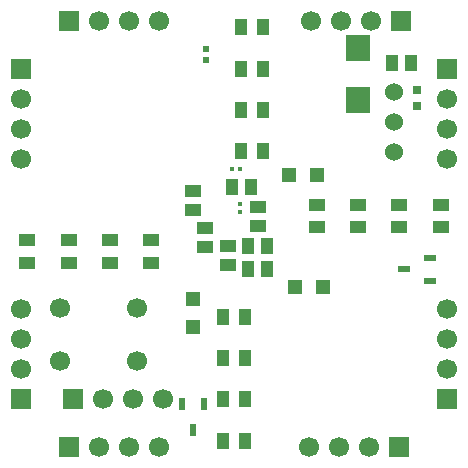
<source format=gbr>
%TF.GenerationSoftware,KiCad,Pcbnew,9.0.6*%
%TF.CreationDate,2025-12-07T19:20:43-08:00*%
%TF.ProjectId,redstone,72656473-746f-46e6-952e-6b696361645f,rev?*%
%TF.SameCoordinates,Original*%
%TF.FileFunction,Soldermask,Bot*%
%TF.FilePolarity,Negative*%
%FSLAX46Y46*%
G04 Gerber Fmt 4.6, Leading zero omitted, Abs format (unit mm)*
G04 Created by KiCad (PCBNEW 9.0.6) date 2025-12-07 19:20:43*
%MOMM*%
%LPD*%
G01*
G04 APERTURE LIST*
%ADD10C,1.524000*%
%ADD11C,1.700000*%
%ADD12R,1.700000X1.700000*%
%ADD13R,1.450000X1.000000*%
%ADD14R,1.000000X1.450000*%
%ADD15R,1.470000X1.020000*%
%ADD16R,0.620000X0.600000*%
%ADD17R,0.460000X0.420000*%
%ADD18R,1.020000X1.470000*%
%ADD19R,2.150000X2.200000*%
%ADD20R,1.100000X0.600000*%
%ADD21R,1.150000X1.250000*%
%ADD22R,1.250000X1.150000*%
%ADD23R,0.600000X1.100000*%
%ADD24R,0.700000X0.650000*%
%ADD25R,0.420000X0.460000*%
G04 APERTURE END LIST*
D10*
%TO.C,U2*%
X148500000Y-43000000D03*
X148500000Y-45540000D03*
X148500000Y-48080000D03*
%TD*%
D11*
%TO.C,SW1*%
X126750000Y-65750000D03*
X120250000Y-65750000D03*
X126750000Y-61250000D03*
X120250000Y-61250000D03*
%TD*%
D12*
%TO.C,J9*%
X121380000Y-69000000D03*
D11*
X123920000Y-69000000D03*
X126460000Y-69000000D03*
X129000000Y-69000000D03*
%TD*%
D12*
%TO.C,J8*%
X116975000Y-69000000D03*
D11*
X116975000Y-66460000D03*
X116975000Y-63920000D03*
X116975000Y-61380000D03*
%TD*%
D12*
%TO.C,J4*%
X153000000Y-69000000D03*
D11*
X153000000Y-66460000D03*
X153000000Y-63920000D03*
X153000000Y-61380000D03*
%TD*%
D12*
%TO.C,J1*%
X121000000Y-37000000D03*
D11*
X123540000Y-37000000D03*
X126080000Y-37000000D03*
X128620000Y-37000000D03*
%TD*%
D12*
%TO.C,J2*%
X149120000Y-37000000D03*
D11*
X146580000Y-37000000D03*
X144040000Y-37000000D03*
X141500000Y-37000000D03*
%TD*%
D12*
%TO.C,J6*%
X149000000Y-73025000D03*
D11*
X146460000Y-73025000D03*
X143920000Y-73025000D03*
X141380000Y-73025000D03*
%TD*%
D12*
%TO.C,J5*%
X121000000Y-73000000D03*
D11*
X123540000Y-73000000D03*
X126080000Y-73000000D03*
X128620000Y-73000000D03*
%TD*%
D12*
%TO.C,J7*%
X117000000Y-41000000D03*
D11*
X117000000Y-43540000D03*
X117000000Y-46080000D03*
X117000000Y-48620000D03*
%TD*%
D12*
%TO.C,J3*%
X153025000Y-41000000D03*
D11*
X153025000Y-43540000D03*
X153025000Y-46080000D03*
X153025000Y-48620000D03*
%TD*%
D13*
%TO.C,R15*%
X124500000Y-57450000D03*
X124500000Y-55550000D03*
%TD*%
D14*
%TO.C,R11*%
X135950000Y-65500000D03*
X134050000Y-65500000D03*
%TD*%
D15*
%TO.C,C2*%
X131500000Y-51400000D03*
X131500000Y-53000000D03*
%TD*%
%TO.C,C2*%
X137000000Y-52700000D03*
X137000000Y-54300000D03*
%TD*%
D13*
%TO.C,R7*%
X145500000Y-52550000D03*
X145500000Y-54450000D03*
%TD*%
D14*
%TO.C,R10*%
X135950000Y-69000000D03*
X134050000Y-69000000D03*
%TD*%
D16*
%TO.C,C1*%
X132580000Y-40280000D03*
X132580000Y-39360000D03*
%TD*%
D15*
%TO.C,C2*%
X134500000Y-57600000D03*
X134500000Y-56000000D03*
%TD*%
D17*
%TO.C,C9*%
X134840000Y-49500000D03*
X135500000Y-49500000D03*
%TD*%
D14*
%TO.C,R9*%
X135950000Y-72500000D03*
X134050000Y-72500000D03*
%TD*%
D13*
%TO.C,R6*%
X149000000Y-52550000D03*
X149000000Y-54450000D03*
%TD*%
D14*
%TO.C,R1*%
X137450000Y-37500000D03*
X135550000Y-37500000D03*
%TD*%
D18*
%TO.C,C3*%
X148400000Y-40500000D03*
X150000000Y-40500000D03*
%TD*%
D19*
%TO.C,D19*%
X145500000Y-43700000D03*
X145500000Y-39300000D03*
%TD*%
D20*
%TO.C,D18*%
X151600000Y-57050000D03*
X151600000Y-58950000D03*
X149400000Y-58000000D03*
%TD*%
D13*
%TO.C,R16*%
X128000000Y-57450000D03*
X128000000Y-55550000D03*
%TD*%
D15*
%TO.C,C2*%
X132500000Y-56100000D03*
X132500000Y-54500000D03*
%TD*%
D13*
%TO.C,R8*%
X142000000Y-52550000D03*
X142000000Y-54450000D03*
%TD*%
D18*
%TO.C,C10*%
X134810000Y-51000000D03*
X136410000Y-51000000D03*
%TD*%
D21*
%TO.C,R18*%
X139650000Y-50000000D03*
X142000000Y-50000000D03*
%TD*%
D13*
%TO.C,R13*%
X117500000Y-57450000D03*
X117500000Y-55550000D03*
%TD*%
%TO.C,R5*%
X152500000Y-52550000D03*
X152500000Y-54450000D03*
%TD*%
D14*
%TO.C,R2*%
X137450000Y-41000000D03*
X135550000Y-41000000D03*
%TD*%
D21*
%TO.C,R19*%
X142500000Y-59500000D03*
X140150000Y-59500000D03*
%TD*%
D18*
%TO.C,C10*%
X136200000Y-58000000D03*
X137800000Y-58000000D03*
%TD*%
%TO.C,C2*%
X137800000Y-56000000D03*
X136200000Y-56000000D03*
%TD*%
D22*
%TO.C,R20*%
X131500000Y-62850000D03*
X131500000Y-60500000D03*
%TD*%
D14*
%TO.C,R4*%
X137450000Y-48000000D03*
X135550000Y-48000000D03*
%TD*%
D13*
%TO.C,R14*%
X121000000Y-57450000D03*
X121000000Y-55550000D03*
%TD*%
D23*
%TO.C,D20*%
X130550000Y-69400000D03*
X132450000Y-69400000D03*
X131500000Y-71600000D03*
%TD*%
D24*
%TO.C,C4*%
X150500000Y-42825000D03*
X150500000Y-44175000D03*
%TD*%
D14*
%TO.C,R3*%
X137450000Y-44500000D03*
X135550000Y-44500000D03*
%TD*%
D25*
%TO.C,C11*%
X135500000Y-52500000D03*
X135500000Y-53160000D03*
%TD*%
D14*
%TO.C,R12*%
X135950000Y-62000000D03*
X134050000Y-62000000D03*
%TD*%
M02*

</source>
